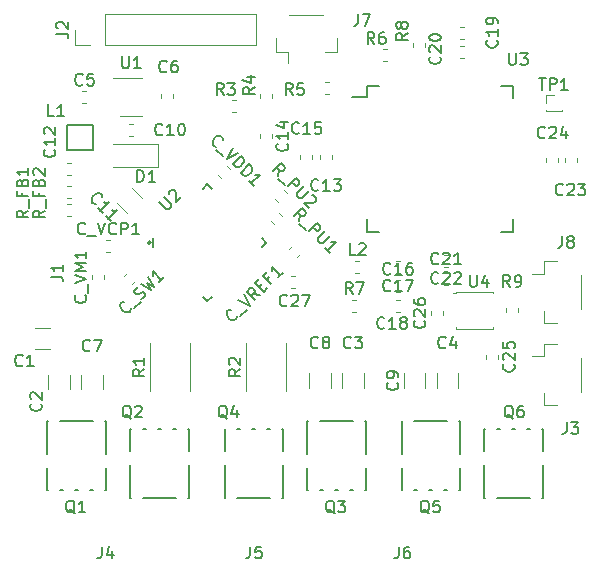
<source format=gbr>
G04 #@! TF.GenerationSoftware,KiCad,Pcbnew,(5.0.2)-1*
G04 #@! TF.CreationDate,2020-02-27T04:06:31+08:00*
G04 #@! TF.ProjectId,jointController,6a6f696e-7443-46f6-9e74-726f6c6c6572,rev?*
G04 #@! TF.SameCoordinates,Original*
G04 #@! TF.FileFunction,Legend,Top*
G04 #@! TF.FilePolarity,Positive*
%FSLAX46Y46*%
G04 Gerber Fmt 4.6, Leading zero omitted, Abs format (unit mm)*
G04 Created by KiCad (PCBNEW (5.0.2)-1) date 2/27/2020 4:06:31 AM*
%MOMM*%
%LPD*%
G01*
G04 APERTURE LIST*
%ADD10C,0.150000*%
%ADD11C,0.120000*%
G04 APERTURE END LIST*
D10*
G04 #@! TO.C,U2*
X136644069Y-92688210D02*
X136644069Y-91969790D01*
X141224000Y-97268141D02*
X140864790Y-96908931D01*
X141583210Y-96908931D02*
X141224000Y-97268141D01*
X146163141Y-92329000D02*
X145803931Y-91969790D01*
X145803931Y-92688210D02*
X146163141Y-92329000D01*
X141224000Y-87389859D02*
X141583210Y-87749069D01*
X140864790Y-87749069D02*
X141224000Y-87389859D01*
X136426849Y-92329000D02*
G75*
G03X136426849Y-92329000I-141990J0D01*
G01*
G04 #@! TO.C,Q2*
X138291893Y-108075864D02*
X138545893Y-108075864D01*
X137021893Y-108075864D02*
X137275893Y-108075864D01*
X135751893Y-108075864D02*
X136005893Y-108075864D01*
X134672393Y-108075864D02*
X134735893Y-108075864D01*
X139625393Y-108075864D02*
X139561893Y-108075864D01*
X139625393Y-109980864D02*
X139625393Y-108075864D01*
X139625393Y-113917864D02*
X139625393Y-111123864D01*
X139561893Y-113917864D02*
X139625393Y-113917864D01*
X135751893Y-113917864D02*
X138545893Y-113917864D01*
X134672393Y-113917864D02*
X134735893Y-113917864D01*
X134672393Y-111123864D02*
X134672393Y-113917864D01*
X134672393Y-108075864D02*
X134672393Y-109980864D01*
D11*
G04 #@! TO.C,C1*
X126651936Y-101367000D02*
X127856064Y-101367000D01*
X126651936Y-99547000D02*
X127856064Y-99547000D01*
G04 #@! TO.C,C2*
X129561000Y-104742064D02*
X129561000Y-103537936D01*
X127741000Y-104742064D02*
X127741000Y-103537936D01*
G04 #@! TO.C,C3*
X154453000Y-104615064D02*
X154453000Y-103410936D01*
X152633000Y-104615064D02*
X152633000Y-103410936D01*
G04 #@! TO.C,C4*
X162454000Y-104615064D02*
X162454000Y-103410936D01*
X160634000Y-104615064D02*
X160634000Y-103410936D01*
G04 #@! TO.C,C5*
X130638733Y-80520000D02*
X130981267Y-80520000D01*
X130638733Y-79500000D02*
X130981267Y-79500000D01*
G04 #@! TO.C,C6*
X137285000Y-79711733D02*
X137285000Y-80054267D01*
X138305000Y-79711733D02*
X138305000Y-80054267D01*
G04 #@! TO.C,C7*
X132355000Y-104742064D02*
X132355000Y-103537936D01*
X130535000Y-104742064D02*
X130535000Y-103537936D01*
G04 #@! TO.C,C8*
X151659000Y-104615064D02*
X151659000Y-103410936D01*
X149839000Y-104615064D02*
X149839000Y-103410936D01*
G04 #@! TO.C,C9*
X159660000Y-104615064D02*
X159660000Y-103410936D01*
X157840000Y-104615064D02*
X157840000Y-103410936D01*
G04 #@! TO.C,C10*
X134918267Y-82294000D02*
X134575733Y-82294000D01*
X134918267Y-83314000D02*
X134575733Y-83314000D01*
G04 #@! TO.C,C11*
X135689191Y-88555256D02*
X134837744Y-87703809D01*
X134402256Y-89842191D02*
X133550809Y-88990744D01*
G04 #@! TO.C,C13*
X150715979Y-84922028D02*
X150715979Y-85264562D01*
X151735979Y-84922028D02*
X151735979Y-85264562D01*
G04 #@! TO.C,C14*
X145667000Y-83140733D02*
X145667000Y-83483267D01*
X146687000Y-83140733D02*
X146687000Y-83483267D01*
G04 #@! TO.C,C15*
X149064979Y-84922028D02*
X149064979Y-85264562D01*
X150084979Y-84922028D02*
X150084979Y-85264562D01*
G04 #@! TO.C,C16*
X157181733Y-96522000D02*
X157524267Y-96522000D01*
X157181733Y-95502000D02*
X157524267Y-95502000D01*
G04 #@! TO.C,C17*
X157524267Y-93851000D02*
X157181733Y-93851000D01*
X157524267Y-94871000D02*
X157181733Y-94871000D01*
G04 #@! TO.C,C18*
X157181733Y-98173000D02*
X157524267Y-98173000D01*
X157181733Y-97153000D02*
X157524267Y-97153000D01*
G04 #@! TO.C,C19*
X162985267Y-74039000D02*
X162642733Y-74039000D01*
X162985267Y-75059000D02*
X162642733Y-75059000D01*
G04 #@! TO.C,C20*
X162985267Y-75690000D02*
X162642733Y-75690000D01*
X162985267Y-76710000D02*
X162642733Y-76710000D01*
G04 #@! TO.C,C21*
X161588267Y-93343000D02*
X161245733Y-93343000D01*
X161588267Y-94363000D02*
X161245733Y-94363000D01*
G04 #@! TO.C,C22*
X161588267Y-94867000D02*
X161245733Y-94867000D01*
X161588267Y-95887000D02*
X161245733Y-95887000D01*
G04 #@! TO.C,C23*
X171528527Y-85191719D02*
X171528527Y-85534253D01*
X172548527Y-85191719D02*
X172548527Y-85534253D01*
G04 #@! TO.C,C24*
X169877527Y-85191719D02*
X169877527Y-85534253D01*
X170897527Y-85191719D02*
X170897527Y-85534253D01*
G04 #@! TO.C,C25*
X164844000Y-101809733D02*
X164844000Y-102152267D01*
X165864000Y-101809733D02*
X165864000Y-102152267D01*
G04 #@! TO.C,C26*
X161165000Y-98469267D02*
X161165000Y-98126733D01*
X160145000Y-98469267D02*
X160145000Y-98126733D01*
G04 #@! TO.C,C27*
X148634267Y-95121000D02*
X148291733Y-95121000D01*
X148634267Y-96141000D02*
X148291733Y-96141000D01*
G04 #@! TO.C,C_SW1*
X134380480Y-94895271D02*
X134138271Y-95137480D01*
X135101729Y-95616520D02*
X134859520Y-95858729D01*
G04 #@! TO.C,C_VCP1*
X133013267Y-92073000D02*
X132670733Y-92073000D01*
X133013267Y-93093000D02*
X132670733Y-93093000D01*
G04 #@! TO.C,C_VDD1*
X143102729Y-86120480D02*
X142860520Y-85878271D01*
X142381480Y-86841729D02*
X142139271Y-86599520D01*
G04 #@! TO.C,C_VM1*
X132463000Y-95421267D02*
X132463000Y-95078733D01*
X131443000Y-95421267D02*
X131443000Y-95078733D01*
G04 #@! TO.C,C_VREF1*
X148350480Y-92609271D02*
X148108271Y-92851480D01*
X149071729Y-93330520D02*
X148829520Y-93572729D01*
G04 #@! TO.C,D1*
X137074000Y-85963000D02*
X133224000Y-85963000D01*
X137074000Y-83963000D02*
X133224000Y-83963000D01*
X137074000Y-85963000D02*
X137074000Y-83963000D01*
G04 #@! TO.C,J2*
X129988000Y-75625000D02*
X129988000Y-74295000D01*
X131318000Y-75625000D02*
X129988000Y-75625000D01*
X132588000Y-75625000D02*
X132588000Y-72965000D01*
X132588000Y-72965000D02*
X145348000Y-72965000D01*
X132588000Y-75625000D02*
X145348000Y-75625000D01*
X145348000Y-75625000D02*
X145348000Y-72965000D01*
G04 #@! TO.C,J3*
X172825000Y-102065000D02*
X172825000Y-104945000D01*
X169705000Y-106115000D02*
X169705000Y-105065000D01*
X170855000Y-106115000D02*
X169705000Y-106115000D01*
X169705000Y-101945000D02*
X168715000Y-101945000D01*
X169705000Y-100895000D02*
X169705000Y-101945000D01*
X170855000Y-100895000D02*
X169705000Y-100895000D01*
G04 #@! TO.C,J7*
X148166000Y-73047000D02*
X151046000Y-73047000D01*
X152216000Y-76167000D02*
X151166000Y-76167000D01*
X152216000Y-75017000D02*
X152216000Y-76167000D01*
X148046000Y-76167000D02*
X148046000Y-77157000D01*
X146996000Y-76167000D02*
X148046000Y-76167000D01*
X146996000Y-75017000D02*
X146996000Y-76167000D01*
G04 #@! TO.C,J8*
X172825000Y-95080000D02*
X172825000Y-97960000D01*
X169705000Y-99130000D02*
X169705000Y-98080000D01*
X170855000Y-99130000D02*
X169705000Y-99130000D01*
X169705000Y-94960000D02*
X168715000Y-94960000D01*
X169705000Y-93910000D02*
X169705000Y-94960000D01*
X170855000Y-93910000D02*
X169705000Y-93910000D01*
G04 #@! TO.C,L2*
X153752733Y-94871000D02*
X154095267Y-94871000D01*
X153752733Y-93851000D02*
X154095267Y-93851000D01*
D10*
G04 #@! TO.C,Q1*
X129005893Y-113314864D02*
X128751893Y-113314864D01*
X130275893Y-113314864D02*
X130021893Y-113314864D01*
X131545893Y-113314864D02*
X131291893Y-113314864D01*
X132625393Y-113314864D02*
X132561893Y-113314864D01*
X127672393Y-113314864D02*
X127735893Y-113314864D01*
X127672393Y-111409864D02*
X127672393Y-113314864D01*
X127672393Y-107472864D02*
X127672393Y-110266864D01*
X127735893Y-107472864D02*
X127672393Y-107472864D01*
X131545893Y-107472864D02*
X128751893Y-107472864D01*
X132625393Y-107472864D02*
X132561893Y-107472864D01*
X132625393Y-110266864D02*
X132625393Y-107472864D01*
X132625393Y-113314864D02*
X132625393Y-111409864D01*
G04 #@! TO.C,Q3*
X151005893Y-113314864D02*
X150751893Y-113314864D01*
X152275893Y-113314864D02*
X152021893Y-113314864D01*
X153545893Y-113314864D02*
X153291893Y-113314864D01*
X154625393Y-113314864D02*
X154561893Y-113314864D01*
X149672393Y-113314864D02*
X149735893Y-113314864D01*
X149672393Y-111409864D02*
X149672393Y-113314864D01*
X149672393Y-107472864D02*
X149672393Y-110266864D01*
X149735893Y-107472864D02*
X149672393Y-107472864D01*
X153545893Y-107472864D02*
X150751893Y-107472864D01*
X154625393Y-107472864D02*
X154561893Y-107472864D01*
X154625393Y-110266864D02*
X154625393Y-107472864D01*
X154625393Y-113314864D02*
X154625393Y-111409864D01*
G04 #@! TO.C,Q4*
X146291893Y-108075864D02*
X146545893Y-108075864D01*
X145021893Y-108075864D02*
X145275893Y-108075864D01*
X143751893Y-108075864D02*
X144005893Y-108075864D01*
X142672393Y-108075864D02*
X142735893Y-108075864D01*
X147625393Y-108075864D02*
X147561893Y-108075864D01*
X147625393Y-109980864D02*
X147625393Y-108075864D01*
X147625393Y-113917864D02*
X147625393Y-111123864D01*
X147561893Y-113917864D02*
X147625393Y-113917864D01*
X143751893Y-113917864D02*
X146545893Y-113917864D01*
X142672393Y-113917864D02*
X142735893Y-113917864D01*
X142672393Y-111123864D02*
X142672393Y-113917864D01*
X142672393Y-108075864D02*
X142672393Y-109980864D01*
G04 #@! TO.C,Q5*
X159005893Y-113314864D02*
X158751893Y-113314864D01*
X160275893Y-113314864D02*
X160021893Y-113314864D01*
X161545893Y-113314864D02*
X161291893Y-113314864D01*
X162625393Y-113314864D02*
X162561893Y-113314864D01*
X157672393Y-113314864D02*
X157735893Y-113314864D01*
X157672393Y-111409864D02*
X157672393Y-113314864D01*
X157672393Y-107472864D02*
X157672393Y-110266864D01*
X157735893Y-107472864D02*
X157672393Y-107472864D01*
X161545893Y-107472864D02*
X158751893Y-107472864D01*
X162625393Y-107472864D02*
X162561893Y-107472864D01*
X162625393Y-110266864D02*
X162625393Y-107472864D01*
X162625393Y-113314864D02*
X162625393Y-111409864D01*
G04 #@! TO.C,Q6*
X168291893Y-108075864D02*
X168545893Y-108075864D01*
X167021893Y-108075864D02*
X167275893Y-108075864D01*
X165751893Y-108075864D02*
X166005893Y-108075864D01*
X164672393Y-108075864D02*
X164735893Y-108075864D01*
X169625393Y-108075864D02*
X169561893Y-108075864D01*
X169625393Y-109980864D02*
X169625393Y-108075864D01*
X169625393Y-113917864D02*
X169625393Y-111123864D01*
X169561893Y-113917864D02*
X169625393Y-113917864D01*
X165751893Y-113917864D02*
X168545893Y-113917864D01*
X164672393Y-113917864D02*
X164735893Y-113917864D01*
X164672393Y-111123864D02*
X164672393Y-113917864D01*
X164672393Y-108075864D02*
X164672393Y-109980864D01*
D11*
G04 #@! TO.C,R1*
X139759000Y-104922064D02*
X139759000Y-100817936D01*
X136339000Y-104922064D02*
X136339000Y-100817936D01*
G04 #@! TO.C,R2*
X147887000Y-104922064D02*
X147887000Y-100817936D01*
X144467000Y-104922064D02*
X144467000Y-100817936D01*
G04 #@! TO.C,R3*
X143681267Y-80262000D02*
X143338733Y-80262000D01*
X143681267Y-81282000D02*
X143338733Y-81282000D01*
G04 #@! TO.C,R4*
X145667000Y-79711733D02*
X145667000Y-80054267D01*
X146687000Y-79711733D02*
X146687000Y-80054267D01*
G04 #@! TO.C,R5*
X151555267Y-78738000D02*
X151212733Y-78738000D01*
X151555267Y-79758000D02*
X151212733Y-79758000D01*
G04 #@! TO.C,R6*
X156444767Y-75944000D02*
X156102233Y-75944000D01*
X156444767Y-76964000D02*
X156102233Y-76964000D01*
G04 #@! TO.C,R7*
X153498733Y-98173000D02*
X153841267Y-98173000D01*
X153498733Y-97153000D02*
X153841267Y-97153000D01*
G04 #@! TO.C,R8*
X159641000Y-75736267D02*
X159641000Y-75393733D01*
X158621000Y-75736267D02*
X158621000Y-75393733D01*
G04 #@! TO.C,R9*
X166495000Y-97872733D02*
X166495000Y-98215267D01*
X167515000Y-97872733D02*
X167515000Y-98215267D01*
G04 #@! TO.C,R_FB1*
X129368733Y-88521000D02*
X129711267Y-88521000D01*
X129368733Y-87501000D02*
X129711267Y-87501000D01*
G04 #@! TO.C,R_FB2*
X129711267Y-89025000D02*
X129368733Y-89025000D01*
X129711267Y-90045000D02*
X129368733Y-90045000D01*
G04 #@! TO.C,R_PU1*
X147547729Y-90057480D02*
X147305520Y-89815271D01*
X146826480Y-90778729D02*
X146584271Y-90536520D01*
G04 #@! TO.C,R_PU2*
X147928729Y-88152480D02*
X147686520Y-87910271D01*
X147207480Y-88873729D02*
X146965271Y-88631520D01*
G04 #@! TO.C,U1*
X135647000Y-78400000D02*
X133197000Y-78400000D01*
X133847000Y-81620000D02*
X135647000Y-81620000D01*
D10*
G04 #@! TO.C,U3*
X154734000Y-79992000D02*
X153459000Y-79992000D01*
X167084000Y-79042000D02*
X166034000Y-79042000D01*
X167084000Y-91392000D02*
X166034000Y-91392000D01*
X154734000Y-91392000D02*
X155784000Y-91392000D01*
X154734000Y-79042000D02*
X155784000Y-79042000D01*
X154734000Y-91392000D02*
X154734000Y-90342000D01*
X167084000Y-91392000D02*
X167084000Y-90342000D01*
X167084000Y-79042000D02*
X167084000Y-80092000D01*
X154734000Y-79042000D02*
X154734000Y-79992000D01*
D11*
G04 #@! TO.C,U4*
X165390000Y-96484000D02*
X165390000Y-96634000D01*
X162270000Y-96484000D02*
X162270000Y-96634000D01*
X162270000Y-99604000D02*
X162270000Y-99454000D01*
X162270000Y-96484000D02*
X165390000Y-96484000D01*
X162270000Y-99604000D02*
X165390000Y-99604000D01*
X165390000Y-99604000D02*
X165390000Y-99454000D01*
X162270000Y-96634000D02*
X162010000Y-96634000D01*
G04 #@! TO.C,TP1*
X169866000Y-79833000D02*
X170561000Y-79833000D01*
X169866000Y-80518000D02*
X169866000Y-79833000D01*
X171169276Y-81203000D02*
X171256000Y-81203000D01*
X169866000Y-81203000D02*
X169952724Y-81203000D01*
X171256000Y-81203000D02*
X171256000Y-81078000D01*
X169866000Y-81203000D02*
X169866000Y-81078000D01*
X169866000Y-81203000D02*
X171256000Y-81203000D01*
G04 #@! TO.C,C12*
X129368733Y-86616000D02*
X129711267Y-86616000D01*
X129368733Y-85596000D02*
X129711267Y-85596000D01*
D10*
G04 #@! TO.C,L1*
X131445000Y-84518500D02*
X131508500Y-84518500D01*
X131508500Y-84518500D02*
X131445000Y-84518500D01*
X131508500Y-82359500D02*
X131508500Y-84518500D01*
X129349500Y-82359500D02*
X131508500Y-82359500D01*
X129349500Y-84518500D02*
X129349500Y-82359500D01*
X131508500Y-84518500D02*
X129349500Y-84518500D01*
G04 #@! TO.C,U2*
X137154936Y-88888420D02*
X137727356Y-89460840D01*
X137828371Y-89494512D01*
X137895715Y-89494512D01*
X137996730Y-89460840D01*
X138131417Y-89326153D01*
X138165089Y-89225138D01*
X138165089Y-89157794D01*
X138131417Y-89056779D01*
X137558997Y-88484359D01*
X137929387Y-88248657D02*
X137929387Y-88181314D01*
X137963058Y-88080298D01*
X138131417Y-87911940D01*
X138232432Y-87878268D01*
X138299776Y-87878268D01*
X138400791Y-87911940D01*
X138468135Y-87979283D01*
X138535478Y-88113970D01*
X138535478Y-88922092D01*
X138973211Y-88484359D01*
G04 #@! TO.C,Q2*
X134778761Y-107227619D02*
X134683523Y-107180000D01*
X134588285Y-107084761D01*
X134445428Y-106941904D01*
X134350190Y-106894285D01*
X134254952Y-106894285D01*
X134302571Y-107132380D02*
X134207333Y-107084761D01*
X134112095Y-106989523D01*
X134064476Y-106799047D01*
X134064476Y-106465714D01*
X134112095Y-106275238D01*
X134207333Y-106180000D01*
X134302571Y-106132380D01*
X134493047Y-106132380D01*
X134588285Y-106180000D01*
X134683523Y-106275238D01*
X134731142Y-106465714D01*
X134731142Y-106799047D01*
X134683523Y-106989523D01*
X134588285Y-107084761D01*
X134493047Y-107132380D01*
X134302571Y-107132380D01*
X135112095Y-106227619D02*
X135159714Y-106180000D01*
X135254952Y-106132380D01*
X135493047Y-106132380D01*
X135588285Y-106180000D01*
X135635904Y-106227619D01*
X135683523Y-106322857D01*
X135683523Y-106418095D01*
X135635904Y-106560952D01*
X135064476Y-107132380D01*
X135683523Y-107132380D01*
G04 #@! TO.C,C1*
X125563333Y-102719142D02*
X125515714Y-102766761D01*
X125372857Y-102814380D01*
X125277619Y-102814380D01*
X125134761Y-102766761D01*
X125039523Y-102671523D01*
X124991904Y-102576285D01*
X124944285Y-102385809D01*
X124944285Y-102242952D01*
X124991904Y-102052476D01*
X125039523Y-101957238D01*
X125134761Y-101862000D01*
X125277619Y-101814380D01*
X125372857Y-101814380D01*
X125515714Y-101862000D01*
X125563333Y-101909619D01*
X126515714Y-102814380D02*
X125944285Y-102814380D01*
X126230000Y-102814380D02*
X126230000Y-101814380D01*
X126134761Y-101957238D01*
X126039523Y-102052476D01*
X125944285Y-102100095D01*
G04 #@! TO.C,C2*
X127103142Y-105957666D02*
X127150761Y-106005285D01*
X127198380Y-106148142D01*
X127198380Y-106243380D01*
X127150761Y-106386238D01*
X127055523Y-106481476D01*
X126960285Y-106529095D01*
X126769809Y-106576714D01*
X126626952Y-106576714D01*
X126436476Y-106529095D01*
X126341238Y-106481476D01*
X126246000Y-106386238D01*
X126198380Y-106243380D01*
X126198380Y-106148142D01*
X126246000Y-106005285D01*
X126293619Y-105957666D01*
X126293619Y-105576714D02*
X126246000Y-105529095D01*
X126198380Y-105433857D01*
X126198380Y-105195761D01*
X126246000Y-105100523D01*
X126293619Y-105052904D01*
X126388857Y-105005285D01*
X126484095Y-105005285D01*
X126626952Y-105052904D01*
X127198380Y-105624333D01*
X127198380Y-105005285D01*
G04 #@! TO.C,C3*
X153376333Y-101195142D02*
X153328714Y-101242761D01*
X153185857Y-101290380D01*
X153090619Y-101290380D01*
X152947761Y-101242761D01*
X152852523Y-101147523D01*
X152804904Y-101052285D01*
X152757285Y-100861809D01*
X152757285Y-100718952D01*
X152804904Y-100528476D01*
X152852523Y-100433238D01*
X152947761Y-100338000D01*
X153090619Y-100290380D01*
X153185857Y-100290380D01*
X153328714Y-100338000D01*
X153376333Y-100385619D01*
X153709666Y-100290380D02*
X154328714Y-100290380D01*
X153995380Y-100671333D01*
X154138238Y-100671333D01*
X154233476Y-100718952D01*
X154281095Y-100766571D01*
X154328714Y-100861809D01*
X154328714Y-101099904D01*
X154281095Y-101195142D01*
X154233476Y-101242761D01*
X154138238Y-101290380D01*
X153852523Y-101290380D01*
X153757285Y-101242761D01*
X153709666Y-101195142D01*
G04 #@! TO.C,C4*
X161377333Y-101195142D02*
X161329714Y-101242761D01*
X161186857Y-101290380D01*
X161091619Y-101290380D01*
X160948761Y-101242761D01*
X160853523Y-101147523D01*
X160805904Y-101052285D01*
X160758285Y-100861809D01*
X160758285Y-100718952D01*
X160805904Y-100528476D01*
X160853523Y-100433238D01*
X160948761Y-100338000D01*
X161091619Y-100290380D01*
X161186857Y-100290380D01*
X161329714Y-100338000D01*
X161377333Y-100385619D01*
X162234476Y-100623714D02*
X162234476Y-101290380D01*
X161996380Y-100242761D02*
X161758285Y-100957047D01*
X162377333Y-100957047D01*
G04 #@! TO.C,C5*
X130643333Y-78937142D02*
X130595714Y-78984761D01*
X130452857Y-79032380D01*
X130357619Y-79032380D01*
X130214761Y-78984761D01*
X130119523Y-78889523D01*
X130071904Y-78794285D01*
X130024285Y-78603809D01*
X130024285Y-78460952D01*
X130071904Y-78270476D01*
X130119523Y-78175238D01*
X130214761Y-78080000D01*
X130357619Y-78032380D01*
X130452857Y-78032380D01*
X130595714Y-78080000D01*
X130643333Y-78127619D01*
X131548095Y-78032380D02*
X131071904Y-78032380D01*
X131024285Y-78508571D01*
X131071904Y-78460952D01*
X131167142Y-78413333D01*
X131405238Y-78413333D01*
X131500476Y-78460952D01*
X131548095Y-78508571D01*
X131595714Y-78603809D01*
X131595714Y-78841904D01*
X131548095Y-78937142D01*
X131500476Y-78984761D01*
X131405238Y-79032380D01*
X131167142Y-79032380D01*
X131071904Y-78984761D01*
X131024285Y-78937142D01*
G04 #@! TO.C,C6*
X137755333Y-77827142D02*
X137707714Y-77874761D01*
X137564857Y-77922380D01*
X137469619Y-77922380D01*
X137326761Y-77874761D01*
X137231523Y-77779523D01*
X137183904Y-77684285D01*
X137136285Y-77493809D01*
X137136285Y-77350952D01*
X137183904Y-77160476D01*
X137231523Y-77065238D01*
X137326761Y-76970000D01*
X137469619Y-76922380D01*
X137564857Y-76922380D01*
X137707714Y-76970000D01*
X137755333Y-77017619D01*
X138612476Y-76922380D02*
X138422000Y-76922380D01*
X138326761Y-76970000D01*
X138279142Y-77017619D01*
X138183904Y-77160476D01*
X138136285Y-77350952D01*
X138136285Y-77731904D01*
X138183904Y-77827142D01*
X138231523Y-77874761D01*
X138326761Y-77922380D01*
X138517238Y-77922380D01*
X138612476Y-77874761D01*
X138660095Y-77827142D01*
X138707714Y-77731904D01*
X138707714Y-77493809D01*
X138660095Y-77398571D01*
X138612476Y-77350952D01*
X138517238Y-77303333D01*
X138326761Y-77303333D01*
X138231523Y-77350952D01*
X138183904Y-77398571D01*
X138136285Y-77493809D01*
G04 #@! TO.C,C7*
X131278333Y-101449142D02*
X131230714Y-101496761D01*
X131087857Y-101544380D01*
X130992619Y-101544380D01*
X130849761Y-101496761D01*
X130754523Y-101401523D01*
X130706904Y-101306285D01*
X130659285Y-101115809D01*
X130659285Y-100972952D01*
X130706904Y-100782476D01*
X130754523Y-100687238D01*
X130849761Y-100592000D01*
X130992619Y-100544380D01*
X131087857Y-100544380D01*
X131230714Y-100592000D01*
X131278333Y-100639619D01*
X131611666Y-100544380D02*
X132278333Y-100544380D01*
X131849761Y-101544380D01*
G04 #@! TO.C,C8*
X150582333Y-101195142D02*
X150534714Y-101242761D01*
X150391857Y-101290380D01*
X150296619Y-101290380D01*
X150153761Y-101242761D01*
X150058523Y-101147523D01*
X150010904Y-101052285D01*
X149963285Y-100861809D01*
X149963285Y-100718952D01*
X150010904Y-100528476D01*
X150058523Y-100433238D01*
X150153761Y-100338000D01*
X150296619Y-100290380D01*
X150391857Y-100290380D01*
X150534714Y-100338000D01*
X150582333Y-100385619D01*
X151153761Y-100718952D02*
X151058523Y-100671333D01*
X151010904Y-100623714D01*
X150963285Y-100528476D01*
X150963285Y-100480857D01*
X151010904Y-100385619D01*
X151058523Y-100338000D01*
X151153761Y-100290380D01*
X151344238Y-100290380D01*
X151439476Y-100338000D01*
X151487095Y-100385619D01*
X151534714Y-100480857D01*
X151534714Y-100528476D01*
X151487095Y-100623714D01*
X151439476Y-100671333D01*
X151344238Y-100718952D01*
X151153761Y-100718952D01*
X151058523Y-100766571D01*
X151010904Y-100814190D01*
X150963285Y-100909428D01*
X150963285Y-101099904D01*
X151010904Y-101195142D01*
X151058523Y-101242761D01*
X151153761Y-101290380D01*
X151344238Y-101290380D01*
X151439476Y-101242761D01*
X151487095Y-101195142D01*
X151534714Y-101099904D01*
X151534714Y-100909428D01*
X151487095Y-100814190D01*
X151439476Y-100766571D01*
X151344238Y-100718952D01*
G04 #@! TO.C,C9*
X157287142Y-104179666D02*
X157334761Y-104227285D01*
X157382380Y-104370142D01*
X157382380Y-104465380D01*
X157334761Y-104608238D01*
X157239523Y-104703476D01*
X157144285Y-104751095D01*
X156953809Y-104798714D01*
X156810952Y-104798714D01*
X156620476Y-104751095D01*
X156525238Y-104703476D01*
X156430000Y-104608238D01*
X156382380Y-104465380D01*
X156382380Y-104370142D01*
X156430000Y-104227285D01*
X156477619Y-104179666D01*
X157382380Y-103703476D02*
X157382380Y-103513000D01*
X157334761Y-103417761D01*
X157287142Y-103370142D01*
X157144285Y-103274904D01*
X156953809Y-103227285D01*
X156572857Y-103227285D01*
X156477619Y-103274904D01*
X156430000Y-103322523D01*
X156382380Y-103417761D01*
X156382380Y-103608238D01*
X156430000Y-103703476D01*
X156477619Y-103751095D01*
X156572857Y-103798714D01*
X156810952Y-103798714D01*
X156906190Y-103751095D01*
X156953809Y-103703476D01*
X157001428Y-103608238D01*
X157001428Y-103417761D01*
X156953809Y-103322523D01*
X156906190Y-103274904D01*
X156810952Y-103227285D01*
G04 #@! TO.C,C10*
X137406142Y-83161142D02*
X137358523Y-83208761D01*
X137215666Y-83256380D01*
X137120428Y-83256380D01*
X136977571Y-83208761D01*
X136882333Y-83113523D01*
X136834714Y-83018285D01*
X136787095Y-82827809D01*
X136787095Y-82684952D01*
X136834714Y-82494476D01*
X136882333Y-82399238D01*
X136977571Y-82304000D01*
X137120428Y-82256380D01*
X137215666Y-82256380D01*
X137358523Y-82304000D01*
X137406142Y-82351619D01*
X138358523Y-83256380D02*
X137787095Y-83256380D01*
X138072809Y-83256380D02*
X138072809Y-82256380D01*
X137977571Y-82399238D01*
X137882333Y-82494476D01*
X137787095Y-82542095D01*
X138977571Y-82256380D02*
X139072809Y-82256380D01*
X139168047Y-82304000D01*
X139215666Y-82351619D01*
X139263285Y-82446857D01*
X139310904Y-82637333D01*
X139310904Y-82875428D01*
X139263285Y-83065904D01*
X139215666Y-83161142D01*
X139168047Y-83208761D01*
X139072809Y-83256380D01*
X138977571Y-83256380D01*
X138882333Y-83208761D01*
X138834714Y-83161142D01*
X138787095Y-83065904D01*
X138739476Y-82875428D01*
X138739476Y-82637333D01*
X138787095Y-82446857D01*
X138834714Y-82351619D01*
X138882333Y-82304000D01*
X138977571Y-82256380D01*
G04 #@! TO.C,C11*
X131753893Y-89078969D02*
X131686549Y-89078969D01*
X131551862Y-89011625D01*
X131484519Y-88944282D01*
X131417175Y-88809595D01*
X131417175Y-88674908D01*
X131450847Y-88573893D01*
X131551862Y-88405534D01*
X131652877Y-88304519D01*
X131821236Y-88203503D01*
X131922251Y-88169832D01*
X132056938Y-88169832D01*
X132191625Y-88237175D01*
X132258969Y-88304519D01*
X132326312Y-88439206D01*
X132326312Y-88506549D01*
X132359984Y-89819748D02*
X131955923Y-89415687D01*
X132157954Y-89617717D02*
X132865061Y-88910610D01*
X132696702Y-88944282D01*
X132562015Y-88944282D01*
X132461000Y-88910610D01*
X133033419Y-90493183D02*
X132629358Y-90089122D01*
X132831389Y-90291152D02*
X133538496Y-89584045D01*
X133370137Y-89617717D01*
X133235450Y-89617717D01*
X133134435Y-89584045D01*
G04 #@! TO.C,C13*
X150614142Y-87860142D02*
X150566523Y-87907761D01*
X150423666Y-87955380D01*
X150328428Y-87955380D01*
X150185571Y-87907761D01*
X150090333Y-87812523D01*
X150042714Y-87717285D01*
X149995095Y-87526809D01*
X149995095Y-87383952D01*
X150042714Y-87193476D01*
X150090333Y-87098238D01*
X150185571Y-87003000D01*
X150328428Y-86955380D01*
X150423666Y-86955380D01*
X150566523Y-87003000D01*
X150614142Y-87050619D01*
X151566523Y-87955380D02*
X150995095Y-87955380D01*
X151280809Y-87955380D02*
X151280809Y-86955380D01*
X151185571Y-87098238D01*
X151090333Y-87193476D01*
X150995095Y-87241095D01*
X151899857Y-86955380D02*
X152518904Y-86955380D01*
X152185571Y-87336333D01*
X152328428Y-87336333D01*
X152423666Y-87383952D01*
X152471285Y-87431571D01*
X152518904Y-87526809D01*
X152518904Y-87764904D01*
X152471285Y-87860142D01*
X152423666Y-87907761D01*
X152328428Y-87955380D01*
X152042714Y-87955380D01*
X151947476Y-87907761D01*
X151899857Y-87860142D01*
G04 #@! TO.C,C14*
X147964142Y-83954857D02*
X148011761Y-84002476D01*
X148059380Y-84145333D01*
X148059380Y-84240571D01*
X148011761Y-84383428D01*
X147916523Y-84478666D01*
X147821285Y-84526285D01*
X147630809Y-84573904D01*
X147487952Y-84573904D01*
X147297476Y-84526285D01*
X147202238Y-84478666D01*
X147107000Y-84383428D01*
X147059380Y-84240571D01*
X147059380Y-84145333D01*
X147107000Y-84002476D01*
X147154619Y-83954857D01*
X148059380Y-83002476D02*
X148059380Y-83573904D01*
X148059380Y-83288190D02*
X147059380Y-83288190D01*
X147202238Y-83383428D01*
X147297476Y-83478666D01*
X147345095Y-83573904D01*
X147392714Y-82145333D02*
X148059380Y-82145333D01*
X147011761Y-82383428D02*
X147726047Y-82621523D01*
X147726047Y-82002476D01*
G04 #@! TO.C,C15*
X148963142Y-83034142D02*
X148915523Y-83081761D01*
X148772666Y-83129380D01*
X148677428Y-83129380D01*
X148534571Y-83081761D01*
X148439333Y-82986523D01*
X148391714Y-82891285D01*
X148344095Y-82700809D01*
X148344095Y-82557952D01*
X148391714Y-82367476D01*
X148439333Y-82272238D01*
X148534571Y-82177000D01*
X148677428Y-82129380D01*
X148772666Y-82129380D01*
X148915523Y-82177000D01*
X148963142Y-82224619D01*
X149915523Y-83129380D02*
X149344095Y-83129380D01*
X149629809Y-83129380D02*
X149629809Y-82129380D01*
X149534571Y-82272238D01*
X149439333Y-82367476D01*
X149344095Y-82415095D01*
X150820285Y-82129380D02*
X150344095Y-82129380D01*
X150296476Y-82605571D01*
X150344095Y-82557952D01*
X150439333Y-82510333D01*
X150677428Y-82510333D01*
X150772666Y-82557952D01*
X150820285Y-82605571D01*
X150867904Y-82700809D01*
X150867904Y-82938904D01*
X150820285Y-83034142D01*
X150772666Y-83081761D01*
X150677428Y-83129380D01*
X150439333Y-83129380D01*
X150344095Y-83081761D01*
X150296476Y-83034142D01*
G04 #@! TO.C,C16*
X156710142Y-94939142D02*
X156662523Y-94986761D01*
X156519666Y-95034380D01*
X156424428Y-95034380D01*
X156281571Y-94986761D01*
X156186333Y-94891523D01*
X156138714Y-94796285D01*
X156091095Y-94605809D01*
X156091095Y-94462952D01*
X156138714Y-94272476D01*
X156186333Y-94177238D01*
X156281571Y-94082000D01*
X156424428Y-94034380D01*
X156519666Y-94034380D01*
X156662523Y-94082000D01*
X156710142Y-94129619D01*
X157662523Y-95034380D02*
X157091095Y-95034380D01*
X157376809Y-95034380D02*
X157376809Y-94034380D01*
X157281571Y-94177238D01*
X157186333Y-94272476D01*
X157091095Y-94320095D01*
X158519666Y-94034380D02*
X158329190Y-94034380D01*
X158233952Y-94082000D01*
X158186333Y-94129619D01*
X158091095Y-94272476D01*
X158043476Y-94462952D01*
X158043476Y-94843904D01*
X158091095Y-94939142D01*
X158138714Y-94986761D01*
X158233952Y-95034380D01*
X158424428Y-95034380D01*
X158519666Y-94986761D01*
X158567285Y-94939142D01*
X158614904Y-94843904D01*
X158614904Y-94605809D01*
X158567285Y-94510571D01*
X158519666Y-94462952D01*
X158424428Y-94415333D01*
X158233952Y-94415333D01*
X158138714Y-94462952D01*
X158091095Y-94510571D01*
X158043476Y-94605809D01*
G04 #@! TO.C,C17*
X156710142Y-96369142D02*
X156662523Y-96416761D01*
X156519666Y-96464380D01*
X156424428Y-96464380D01*
X156281571Y-96416761D01*
X156186333Y-96321523D01*
X156138714Y-96226285D01*
X156091095Y-96035809D01*
X156091095Y-95892952D01*
X156138714Y-95702476D01*
X156186333Y-95607238D01*
X156281571Y-95512000D01*
X156424428Y-95464380D01*
X156519666Y-95464380D01*
X156662523Y-95512000D01*
X156710142Y-95559619D01*
X157662523Y-96464380D02*
X157091095Y-96464380D01*
X157376809Y-96464380D02*
X157376809Y-95464380D01*
X157281571Y-95607238D01*
X157186333Y-95702476D01*
X157091095Y-95750095D01*
X157995857Y-95464380D02*
X158662523Y-95464380D01*
X158233952Y-96464380D01*
G04 #@! TO.C,C18*
X156202142Y-99544142D02*
X156154523Y-99591761D01*
X156011666Y-99639380D01*
X155916428Y-99639380D01*
X155773571Y-99591761D01*
X155678333Y-99496523D01*
X155630714Y-99401285D01*
X155583095Y-99210809D01*
X155583095Y-99067952D01*
X155630714Y-98877476D01*
X155678333Y-98782238D01*
X155773571Y-98687000D01*
X155916428Y-98639380D01*
X156011666Y-98639380D01*
X156154523Y-98687000D01*
X156202142Y-98734619D01*
X157154523Y-99639380D02*
X156583095Y-99639380D01*
X156868809Y-99639380D02*
X156868809Y-98639380D01*
X156773571Y-98782238D01*
X156678333Y-98877476D01*
X156583095Y-98925095D01*
X157725952Y-99067952D02*
X157630714Y-99020333D01*
X157583095Y-98972714D01*
X157535476Y-98877476D01*
X157535476Y-98829857D01*
X157583095Y-98734619D01*
X157630714Y-98687000D01*
X157725952Y-98639380D01*
X157916428Y-98639380D01*
X158011666Y-98687000D01*
X158059285Y-98734619D01*
X158106904Y-98829857D01*
X158106904Y-98877476D01*
X158059285Y-98972714D01*
X158011666Y-99020333D01*
X157916428Y-99067952D01*
X157725952Y-99067952D01*
X157630714Y-99115571D01*
X157583095Y-99163190D01*
X157535476Y-99258428D01*
X157535476Y-99448904D01*
X157583095Y-99544142D01*
X157630714Y-99591761D01*
X157725952Y-99639380D01*
X157916428Y-99639380D01*
X158011666Y-99591761D01*
X158059285Y-99544142D01*
X158106904Y-99448904D01*
X158106904Y-99258428D01*
X158059285Y-99163190D01*
X158011666Y-99115571D01*
X157916428Y-99067952D01*
G04 #@! TO.C,C19*
X165711142Y-75191857D02*
X165758761Y-75239476D01*
X165806380Y-75382333D01*
X165806380Y-75477571D01*
X165758761Y-75620428D01*
X165663523Y-75715666D01*
X165568285Y-75763285D01*
X165377809Y-75810904D01*
X165234952Y-75810904D01*
X165044476Y-75763285D01*
X164949238Y-75715666D01*
X164854000Y-75620428D01*
X164806380Y-75477571D01*
X164806380Y-75382333D01*
X164854000Y-75239476D01*
X164901619Y-75191857D01*
X165806380Y-74239476D02*
X165806380Y-74810904D01*
X165806380Y-74525190D02*
X164806380Y-74525190D01*
X164949238Y-74620428D01*
X165044476Y-74715666D01*
X165092095Y-74810904D01*
X165806380Y-73763285D02*
X165806380Y-73572809D01*
X165758761Y-73477571D01*
X165711142Y-73429952D01*
X165568285Y-73334714D01*
X165377809Y-73287095D01*
X164996857Y-73287095D01*
X164901619Y-73334714D01*
X164854000Y-73382333D01*
X164806380Y-73477571D01*
X164806380Y-73668047D01*
X164854000Y-73763285D01*
X164901619Y-73810904D01*
X164996857Y-73858523D01*
X165234952Y-73858523D01*
X165330190Y-73810904D01*
X165377809Y-73763285D01*
X165425428Y-73668047D01*
X165425428Y-73477571D01*
X165377809Y-73382333D01*
X165330190Y-73334714D01*
X165234952Y-73287095D01*
G04 #@! TO.C,C20*
X160885142Y-76588857D02*
X160932761Y-76636476D01*
X160980380Y-76779333D01*
X160980380Y-76874571D01*
X160932761Y-77017428D01*
X160837523Y-77112666D01*
X160742285Y-77160285D01*
X160551809Y-77207904D01*
X160408952Y-77207904D01*
X160218476Y-77160285D01*
X160123238Y-77112666D01*
X160028000Y-77017428D01*
X159980380Y-76874571D01*
X159980380Y-76779333D01*
X160028000Y-76636476D01*
X160075619Y-76588857D01*
X160075619Y-76207904D02*
X160028000Y-76160285D01*
X159980380Y-76065047D01*
X159980380Y-75826952D01*
X160028000Y-75731714D01*
X160075619Y-75684095D01*
X160170857Y-75636476D01*
X160266095Y-75636476D01*
X160408952Y-75684095D01*
X160980380Y-76255523D01*
X160980380Y-75636476D01*
X159980380Y-75017428D02*
X159980380Y-74922190D01*
X160028000Y-74826952D01*
X160075619Y-74779333D01*
X160170857Y-74731714D01*
X160361333Y-74684095D01*
X160599428Y-74684095D01*
X160789904Y-74731714D01*
X160885142Y-74779333D01*
X160932761Y-74826952D01*
X160980380Y-74922190D01*
X160980380Y-75017428D01*
X160932761Y-75112666D01*
X160885142Y-75160285D01*
X160789904Y-75207904D01*
X160599428Y-75255523D01*
X160361333Y-75255523D01*
X160170857Y-75207904D01*
X160075619Y-75160285D01*
X160028000Y-75112666D01*
X159980380Y-75017428D01*
G04 #@! TO.C,C21*
X160774142Y-94083142D02*
X160726523Y-94130761D01*
X160583666Y-94178380D01*
X160488428Y-94178380D01*
X160345571Y-94130761D01*
X160250333Y-94035523D01*
X160202714Y-93940285D01*
X160155095Y-93749809D01*
X160155095Y-93606952D01*
X160202714Y-93416476D01*
X160250333Y-93321238D01*
X160345571Y-93226000D01*
X160488428Y-93178380D01*
X160583666Y-93178380D01*
X160726523Y-93226000D01*
X160774142Y-93273619D01*
X161155095Y-93273619D02*
X161202714Y-93226000D01*
X161297952Y-93178380D01*
X161536047Y-93178380D01*
X161631285Y-93226000D01*
X161678904Y-93273619D01*
X161726523Y-93368857D01*
X161726523Y-93464095D01*
X161678904Y-93606952D01*
X161107476Y-94178380D01*
X161726523Y-94178380D01*
X162678904Y-94178380D02*
X162107476Y-94178380D01*
X162393190Y-94178380D02*
X162393190Y-93178380D01*
X162297952Y-93321238D01*
X162202714Y-93416476D01*
X162107476Y-93464095D01*
G04 #@! TO.C,C22*
X160774142Y-95734142D02*
X160726523Y-95781761D01*
X160583666Y-95829380D01*
X160488428Y-95829380D01*
X160345571Y-95781761D01*
X160250333Y-95686523D01*
X160202714Y-95591285D01*
X160155095Y-95400809D01*
X160155095Y-95257952D01*
X160202714Y-95067476D01*
X160250333Y-94972238D01*
X160345571Y-94877000D01*
X160488428Y-94829380D01*
X160583666Y-94829380D01*
X160726523Y-94877000D01*
X160774142Y-94924619D01*
X161155095Y-94924619D02*
X161202714Y-94877000D01*
X161297952Y-94829380D01*
X161536047Y-94829380D01*
X161631285Y-94877000D01*
X161678904Y-94924619D01*
X161726523Y-95019857D01*
X161726523Y-95115095D01*
X161678904Y-95257952D01*
X161107476Y-95829380D01*
X161726523Y-95829380D01*
X162107476Y-94924619D02*
X162155095Y-94877000D01*
X162250333Y-94829380D01*
X162488428Y-94829380D01*
X162583666Y-94877000D01*
X162631285Y-94924619D01*
X162678904Y-95019857D01*
X162678904Y-95115095D01*
X162631285Y-95257952D01*
X162059857Y-95829380D01*
X162678904Y-95829380D01*
G04 #@! TO.C,C23*
X171315142Y-88241142D02*
X171267523Y-88288761D01*
X171124666Y-88336380D01*
X171029428Y-88336380D01*
X170886571Y-88288761D01*
X170791333Y-88193523D01*
X170743714Y-88098285D01*
X170696095Y-87907809D01*
X170696095Y-87764952D01*
X170743714Y-87574476D01*
X170791333Y-87479238D01*
X170886571Y-87384000D01*
X171029428Y-87336380D01*
X171124666Y-87336380D01*
X171267523Y-87384000D01*
X171315142Y-87431619D01*
X171696095Y-87431619D02*
X171743714Y-87384000D01*
X171838952Y-87336380D01*
X172077047Y-87336380D01*
X172172285Y-87384000D01*
X172219904Y-87431619D01*
X172267523Y-87526857D01*
X172267523Y-87622095D01*
X172219904Y-87764952D01*
X171648476Y-88336380D01*
X172267523Y-88336380D01*
X172600857Y-87336380D02*
X173219904Y-87336380D01*
X172886571Y-87717333D01*
X173029428Y-87717333D01*
X173124666Y-87764952D01*
X173172285Y-87812571D01*
X173219904Y-87907809D01*
X173219904Y-88145904D01*
X173172285Y-88241142D01*
X173124666Y-88288761D01*
X173029428Y-88336380D01*
X172743714Y-88336380D01*
X172648476Y-88288761D01*
X172600857Y-88241142D01*
G04 #@! TO.C,C24*
X169791142Y-83415142D02*
X169743523Y-83462761D01*
X169600666Y-83510380D01*
X169505428Y-83510380D01*
X169362571Y-83462761D01*
X169267333Y-83367523D01*
X169219714Y-83272285D01*
X169172095Y-83081809D01*
X169172095Y-82938952D01*
X169219714Y-82748476D01*
X169267333Y-82653238D01*
X169362571Y-82558000D01*
X169505428Y-82510380D01*
X169600666Y-82510380D01*
X169743523Y-82558000D01*
X169791142Y-82605619D01*
X170172095Y-82605619D02*
X170219714Y-82558000D01*
X170314952Y-82510380D01*
X170553047Y-82510380D01*
X170648285Y-82558000D01*
X170695904Y-82605619D01*
X170743523Y-82700857D01*
X170743523Y-82796095D01*
X170695904Y-82938952D01*
X170124476Y-83510380D01*
X170743523Y-83510380D01*
X171600666Y-82843714D02*
X171600666Y-83510380D01*
X171362571Y-82462761D02*
X171124476Y-83177047D01*
X171743523Y-83177047D01*
G04 #@! TO.C,C25*
X167141142Y-102623857D02*
X167188761Y-102671476D01*
X167236380Y-102814333D01*
X167236380Y-102909571D01*
X167188761Y-103052428D01*
X167093523Y-103147666D01*
X166998285Y-103195285D01*
X166807809Y-103242904D01*
X166664952Y-103242904D01*
X166474476Y-103195285D01*
X166379238Y-103147666D01*
X166284000Y-103052428D01*
X166236380Y-102909571D01*
X166236380Y-102814333D01*
X166284000Y-102671476D01*
X166331619Y-102623857D01*
X166331619Y-102242904D02*
X166284000Y-102195285D01*
X166236380Y-102100047D01*
X166236380Y-101861952D01*
X166284000Y-101766714D01*
X166331619Y-101719095D01*
X166426857Y-101671476D01*
X166522095Y-101671476D01*
X166664952Y-101719095D01*
X167236380Y-102290523D01*
X167236380Y-101671476D01*
X166236380Y-100766714D02*
X166236380Y-101242904D01*
X166712571Y-101290523D01*
X166664952Y-101242904D01*
X166617333Y-101147666D01*
X166617333Y-100909571D01*
X166664952Y-100814333D01*
X166712571Y-100766714D01*
X166807809Y-100719095D01*
X167045904Y-100719095D01*
X167141142Y-100766714D01*
X167188761Y-100814333D01*
X167236380Y-100909571D01*
X167236380Y-101147666D01*
X167188761Y-101242904D01*
X167141142Y-101290523D01*
G04 #@! TO.C,C26*
X159582142Y-98940857D02*
X159629761Y-98988476D01*
X159677380Y-99131333D01*
X159677380Y-99226571D01*
X159629761Y-99369428D01*
X159534523Y-99464666D01*
X159439285Y-99512285D01*
X159248809Y-99559904D01*
X159105952Y-99559904D01*
X158915476Y-99512285D01*
X158820238Y-99464666D01*
X158725000Y-99369428D01*
X158677380Y-99226571D01*
X158677380Y-99131333D01*
X158725000Y-98988476D01*
X158772619Y-98940857D01*
X158772619Y-98559904D02*
X158725000Y-98512285D01*
X158677380Y-98417047D01*
X158677380Y-98178952D01*
X158725000Y-98083714D01*
X158772619Y-98036095D01*
X158867857Y-97988476D01*
X158963095Y-97988476D01*
X159105952Y-98036095D01*
X159677380Y-98607523D01*
X159677380Y-97988476D01*
X158677380Y-97131333D02*
X158677380Y-97321809D01*
X158725000Y-97417047D01*
X158772619Y-97464666D01*
X158915476Y-97559904D01*
X159105952Y-97607523D01*
X159486904Y-97607523D01*
X159582142Y-97559904D01*
X159629761Y-97512285D01*
X159677380Y-97417047D01*
X159677380Y-97226571D01*
X159629761Y-97131333D01*
X159582142Y-97083714D01*
X159486904Y-97036095D01*
X159248809Y-97036095D01*
X159153571Y-97083714D01*
X159105952Y-97131333D01*
X159058333Y-97226571D01*
X159058333Y-97417047D01*
X159105952Y-97512285D01*
X159153571Y-97559904D01*
X159248809Y-97607523D01*
G04 #@! TO.C,C27*
X147947142Y-97639142D02*
X147899523Y-97686761D01*
X147756666Y-97734380D01*
X147661428Y-97734380D01*
X147518571Y-97686761D01*
X147423333Y-97591523D01*
X147375714Y-97496285D01*
X147328095Y-97305809D01*
X147328095Y-97162952D01*
X147375714Y-96972476D01*
X147423333Y-96877238D01*
X147518571Y-96782000D01*
X147661428Y-96734380D01*
X147756666Y-96734380D01*
X147899523Y-96782000D01*
X147947142Y-96829619D01*
X148328095Y-96829619D02*
X148375714Y-96782000D01*
X148470952Y-96734380D01*
X148709047Y-96734380D01*
X148804285Y-96782000D01*
X148851904Y-96829619D01*
X148899523Y-96924857D01*
X148899523Y-97020095D01*
X148851904Y-97162952D01*
X148280476Y-97734380D01*
X148899523Y-97734380D01*
X149232857Y-96734380D02*
X149899523Y-96734380D01*
X149470952Y-97734380D01*
G04 #@! TO.C,C_SW1*
X134760534Y-97900542D02*
X134760534Y-97967886D01*
X134693190Y-98102573D01*
X134625847Y-98169916D01*
X134491160Y-98237260D01*
X134356473Y-98237260D01*
X134255458Y-98203588D01*
X134087099Y-98102573D01*
X133986084Y-98001558D01*
X133885068Y-97833199D01*
X133851397Y-97732184D01*
X133851397Y-97597497D01*
X133918740Y-97462810D01*
X133986084Y-97395466D01*
X134120771Y-97328123D01*
X134188114Y-97328123D01*
X135029908Y-97900542D02*
X135568656Y-97361794D01*
X135602328Y-97126092D02*
X135737015Y-97058749D01*
X135905374Y-96890390D01*
X135939045Y-96789375D01*
X135939045Y-96722031D01*
X135905374Y-96621016D01*
X135838030Y-96553672D01*
X135737015Y-96520001D01*
X135669671Y-96520001D01*
X135568656Y-96553672D01*
X135400297Y-96654688D01*
X135299282Y-96688359D01*
X135231938Y-96688359D01*
X135130923Y-96654688D01*
X135063580Y-96587344D01*
X135029908Y-96486329D01*
X135029908Y-96418985D01*
X135063580Y-96317970D01*
X135231938Y-96149611D01*
X135366625Y-96082268D01*
X135568656Y-95812894D02*
X136444122Y-96351642D01*
X136073732Y-95711878D01*
X136713496Y-96082268D01*
X136174748Y-95206802D01*
X137521618Y-95274146D02*
X137117557Y-95678207D01*
X137319587Y-95476176D02*
X136612480Y-94769069D01*
X136646152Y-94937428D01*
X136646152Y-95072115D01*
X136612480Y-95173130D01*
G04 #@! TO.C,C_VCP1*
X130865809Y-91543142D02*
X130818190Y-91590761D01*
X130675333Y-91638380D01*
X130580095Y-91638380D01*
X130437238Y-91590761D01*
X130342000Y-91495523D01*
X130294380Y-91400285D01*
X130246761Y-91209809D01*
X130246761Y-91066952D01*
X130294380Y-90876476D01*
X130342000Y-90781238D01*
X130437238Y-90686000D01*
X130580095Y-90638380D01*
X130675333Y-90638380D01*
X130818190Y-90686000D01*
X130865809Y-90733619D01*
X131056285Y-91733619D02*
X131818190Y-91733619D01*
X131913428Y-90638380D02*
X132246761Y-91638380D01*
X132580095Y-90638380D01*
X133484857Y-91543142D02*
X133437238Y-91590761D01*
X133294380Y-91638380D01*
X133199142Y-91638380D01*
X133056285Y-91590761D01*
X132961047Y-91495523D01*
X132913428Y-91400285D01*
X132865809Y-91209809D01*
X132865809Y-91066952D01*
X132913428Y-90876476D01*
X132961047Y-90781238D01*
X133056285Y-90686000D01*
X133199142Y-90638380D01*
X133294380Y-90638380D01*
X133437238Y-90686000D01*
X133484857Y-90733619D01*
X133913428Y-91638380D02*
X133913428Y-90638380D01*
X134294380Y-90638380D01*
X134389619Y-90686000D01*
X134437238Y-90733619D01*
X134484857Y-90828857D01*
X134484857Y-90971714D01*
X134437238Y-91066952D01*
X134389619Y-91114571D01*
X134294380Y-91162190D01*
X133913428Y-91162190D01*
X135437238Y-91638380D02*
X134865809Y-91638380D01*
X135151523Y-91638380D02*
X135151523Y-90638380D01*
X135056285Y-90781238D01*
X134961047Y-90876476D01*
X134865809Y-90924095D01*
G04 #@! TO.C,C_VDD1*
X141987084Y-84199160D02*
X141919740Y-84199160D01*
X141785053Y-84131816D01*
X141717710Y-84064473D01*
X141650366Y-83929786D01*
X141650366Y-83795099D01*
X141684038Y-83694084D01*
X141785053Y-83525725D01*
X141886068Y-83424710D01*
X142054427Y-83323694D01*
X142155442Y-83290023D01*
X142290129Y-83290023D01*
X142424816Y-83357366D01*
X142492160Y-83424710D01*
X142559503Y-83559397D01*
X142559503Y-83626740D01*
X141987084Y-84468534D02*
X142525832Y-85007282D01*
X143367625Y-84300175D02*
X142896221Y-85242984D01*
X143839030Y-84771580D01*
X143367625Y-85714389D02*
X144074732Y-85007282D01*
X144243091Y-85175641D01*
X144310435Y-85310328D01*
X144310435Y-85445015D01*
X144276763Y-85546030D01*
X144175748Y-85714389D01*
X144074732Y-85815404D01*
X143906374Y-85916419D01*
X143805358Y-85950091D01*
X143670671Y-85950091D01*
X143535984Y-85882748D01*
X143367625Y-85714389D01*
X144074732Y-86421496D02*
X144781839Y-85714389D01*
X144950198Y-85882748D01*
X145017541Y-86017435D01*
X145017541Y-86152122D01*
X144983870Y-86253137D01*
X144882854Y-86421496D01*
X144781839Y-86522511D01*
X144613480Y-86623526D01*
X144512465Y-86657198D01*
X144377778Y-86657198D01*
X144243091Y-86589854D01*
X144074732Y-86421496D01*
X145152228Y-87498992D02*
X144748167Y-87094931D01*
X144950198Y-87296961D02*
X145657305Y-86589854D01*
X145488946Y-86623526D01*
X145354259Y-86623526D01*
X145253244Y-86589854D01*
G04 #@! TO.C,C_VM1*
X130880142Y-96797619D02*
X130927761Y-96845238D01*
X130975380Y-96988095D01*
X130975380Y-97083333D01*
X130927761Y-97226190D01*
X130832523Y-97321428D01*
X130737285Y-97369047D01*
X130546809Y-97416666D01*
X130403952Y-97416666D01*
X130213476Y-97369047D01*
X130118238Y-97321428D01*
X130023000Y-97226190D01*
X129975380Y-97083333D01*
X129975380Y-96988095D01*
X130023000Y-96845238D01*
X130070619Y-96797619D01*
X131070619Y-96607142D02*
X131070619Y-95845238D01*
X129975380Y-95750000D02*
X130975380Y-95416666D01*
X129975380Y-95083333D01*
X130975380Y-94750000D02*
X129975380Y-94750000D01*
X130689666Y-94416666D01*
X129975380Y-94083333D01*
X130975380Y-94083333D01*
X130975380Y-93083333D02*
X130975380Y-93654761D01*
X130975380Y-93369047D02*
X129975380Y-93369047D01*
X130118238Y-93464285D01*
X130213476Y-93559523D01*
X130261095Y-93654761D01*
G04 #@! TO.C,C_VREF1*
X143746786Y-98566289D02*
X143746786Y-98633633D01*
X143679442Y-98768320D01*
X143612099Y-98835663D01*
X143477412Y-98903007D01*
X143342725Y-98903007D01*
X143241710Y-98869335D01*
X143073351Y-98768320D01*
X142972336Y-98667305D01*
X142871320Y-98498946D01*
X142837649Y-98397931D01*
X142837649Y-98263244D01*
X142904992Y-98128557D01*
X142972336Y-98061213D01*
X143107023Y-97993870D01*
X143174366Y-97993870D01*
X144016160Y-98566289D02*
X144554908Y-98027541D01*
X143847801Y-97185748D02*
X144790610Y-97657152D01*
X144319206Y-96714343D01*
X145666076Y-96781687D02*
X145093656Y-96680671D01*
X145262015Y-97185748D02*
X144554908Y-96478641D01*
X144824282Y-96209267D01*
X144925297Y-96175595D01*
X144992641Y-96175595D01*
X145093656Y-96209267D01*
X145194671Y-96310282D01*
X145228343Y-96411297D01*
X145228343Y-96478641D01*
X145194671Y-96579656D01*
X144925297Y-96849030D01*
X145598732Y-96108251D02*
X145834435Y-95872549D01*
X146305839Y-96141923D02*
X145969122Y-96478641D01*
X145262015Y-95771534D01*
X145598732Y-95434816D01*
X146474198Y-95232786D02*
X146238496Y-95468488D01*
X146608885Y-95838877D02*
X145901778Y-95131771D01*
X146238496Y-94795053D01*
X147585366Y-94862397D02*
X147181305Y-95266458D01*
X147383335Y-95064427D02*
X146676228Y-94357320D01*
X146709900Y-94525679D01*
X146709900Y-94660366D01*
X146676228Y-94761381D01*
G04 #@! TO.C,D1*
X135278904Y-87193380D02*
X135278904Y-86193380D01*
X135517000Y-86193380D01*
X135659857Y-86241000D01*
X135755095Y-86336238D01*
X135802714Y-86431476D01*
X135850333Y-86621952D01*
X135850333Y-86764809D01*
X135802714Y-86955285D01*
X135755095Y-87050523D01*
X135659857Y-87145761D01*
X135517000Y-87193380D01*
X135278904Y-87193380D01*
X136802714Y-87193380D02*
X136231285Y-87193380D01*
X136517000Y-87193380D02*
X136517000Y-86193380D01*
X136421761Y-86336238D01*
X136326523Y-86431476D01*
X136231285Y-86479095D01*
G04 #@! TO.C,J2*
X128440380Y-74628333D02*
X129154666Y-74628333D01*
X129297523Y-74675952D01*
X129392761Y-74771190D01*
X129440380Y-74914047D01*
X129440380Y-75009285D01*
X128535619Y-74199761D02*
X128488000Y-74152142D01*
X128440380Y-74056904D01*
X128440380Y-73818809D01*
X128488000Y-73723571D01*
X128535619Y-73675952D01*
X128630857Y-73628333D01*
X128726095Y-73628333D01*
X128868952Y-73675952D01*
X129440380Y-74247380D01*
X129440380Y-73628333D01*
G04 #@! TO.C,J3*
X171624666Y-107529380D02*
X171624666Y-108243666D01*
X171577047Y-108386523D01*
X171481809Y-108481761D01*
X171338952Y-108529380D01*
X171243714Y-108529380D01*
X172005619Y-107529380D02*
X172624666Y-107529380D01*
X172291333Y-107910333D01*
X172434190Y-107910333D01*
X172529428Y-107957952D01*
X172577047Y-108005571D01*
X172624666Y-108100809D01*
X172624666Y-108338904D01*
X172577047Y-108434142D01*
X172529428Y-108481761D01*
X172434190Y-108529380D01*
X172148476Y-108529380D01*
X172053238Y-108481761D01*
X172005619Y-108434142D01*
G04 #@! TO.C,J7*
X153971666Y-72985380D02*
X153971666Y-73699666D01*
X153924047Y-73842523D01*
X153828809Y-73937761D01*
X153685952Y-73985380D01*
X153590714Y-73985380D01*
X154352619Y-72985380D02*
X155019285Y-72985380D01*
X154590714Y-73985380D01*
G04 #@! TO.C,J8*
X171243666Y-91781380D02*
X171243666Y-92495666D01*
X171196047Y-92638523D01*
X171100809Y-92733761D01*
X170957952Y-92781380D01*
X170862714Y-92781380D01*
X171862714Y-92209952D02*
X171767476Y-92162333D01*
X171719857Y-92114714D01*
X171672238Y-92019476D01*
X171672238Y-91971857D01*
X171719857Y-91876619D01*
X171767476Y-91829000D01*
X171862714Y-91781380D01*
X172053190Y-91781380D01*
X172148428Y-91829000D01*
X172196047Y-91876619D01*
X172243666Y-91971857D01*
X172243666Y-92019476D01*
X172196047Y-92114714D01*
X172148428Y-92162333D01*
X172053190Y-92209952D01*
X171862714Y-92209952D01*
X171767476Y-92257571D01*
X171719857Y-92305190D01*
X171672238Y-92400428D01*
X171672238Y-92590904D01*
X171719857Y-92686142D01*
X171767476Y-92733761D01*
X171862714Y-92781380D01*
X172053190Y-92781380D01*
X172148428Y-92733761D01*
X172196047Y-92686142D01*
X172243666Y-92590904D01*
X172243666Y-92400428D01*
X172196047Y-92305190D01*
X172148428Y-92257571D01*
X172053190Y-92209952D01*
G04 #@! TO.C,L2*
X153757333Y-93383380D02*
X153281142Y-93383380D01*
X153281142Y-92383380D01*
X154043047Y-92478619D02*
X154090666Y-92431000D01*
X154185904Y-92383380D01*
X154424000Y-92383380D01*
X154519238Y-92431000D01*
X154566857Y-92478619D01*
X154614476Y-92573857D01*
X154614476Y-92669095D01*
X154566857Y-92811952D01*
X153995428Y-93383380D01*
X154614476Y-93383380D01*
G04 #@! TO.C,Q1*
X129990154Y-115259483D02*
X129894916Y-115211864D01*
X129799678Y-115116625D01*
X129656821Y-114973768D01*
X129561583Y-114926149D01*
X129466345Y-114926149D01*
X129513964Y-115164244D02*
X129418726Y-115116625D01*
X129323488Y-115021387D01*
X129275869Y-114830911D01*
X129275869Y-114497578D01*
X129323488Y-114307102D01*
X129418726Y-114211864D01*
X129513964Y-114164244D01*
X129704440Y-114164244D01*
X129799678Y-114211864D01*
X129894916Y-114307102D01*
X129942535Y-114497578D01*
X129942535Y-114830911D01*
X129894916Y-115021387D01*
X129799678Y-115116625D01*
X129704440Y-115164244D01*
X129513964Y-115164244D01*
X130894916Y-115164244D02*
X130323488Y-115164244D01*
X130609202Y-115164244D02*
X130609202Y-114164244D01*
X130513964Y-114307102D01*
X130418726Y-114402340D01*
X130323488Y-114449959D01*
G04 #@! TO.C,Q3*
X151990154Y-115259483D02*
X151894916Y-115211864D01*
X151799678Y-115116625D01*
X151656821Y-114973768D01*
X151561583Y-114926149D01*
X151466345Y-114926149D01*
X151513964Y-115164244D02*
X151418726Y-115116625D01*
X151323488Y-115021387D01*
X151275869Y-114830911D01*
X151275869Y-114497578D01*
X151323488Y-114307102D01*
X151418726Y-114211864D01*
X151513964Y-114164244D01*
X151704440Y-114164244D01*
X151799678Y-114211864D01*
X151894916Y-114307102D01*
X151942535Y-114497578D01*
X151942535Y-114830911D01*
X151894916Y-115021387D01*
X151799678Y-115116625D01*
X151704440Y-115164244D01*
X151513964Y-115164244D01*
X152275869Y-114164244D02*
X152894916Y-114164244D01*
X152561583Y-114545197D01*
X152704440Y-114545197D01*
X152799678Y-114592816D01*
X152847297Y-114640435D01*
X152894916Y-114735673D01*
X152894916Y-114973768D01*
X152847297Y-115069006D01*
X152799678Y-115116625D01*
X152704440Y-115164244D01*
X152418726Y-115164244D01*
X152323488Y-115116625D01*
X152275869Y-115069006D01*
G04 #@! TO.C,Q4*
X142906761Y-107227619D02*
X142811523Y-107180000D01*
X142716285Y-107084761D01*
X142573428Y-106941904D01*
X142478190Y-106894285D01*
X142382952Y-106894285D01*
X142430571Y-107132380D02*
X142335333Y-107084761D01*
X142240095Y-106989523D01*
X142192476Y-106799047D01*
X142192476Y-106465714D01*
X142240095Y-106275238D01*
X142335333Y-106180000D01*
X142430571Y-106132380D01*
X142621047Y-106132380D01*
X142716285Y-106180000D01*
X142811523Y-106275238D01*
X142859142Y-106465714D01*
X142859142Y-106799047D01*
X142811523Y-106989523D01*
X142716285Y-107084761D01*
X142621047Y-107132380D01*
X142430571Y-107132380D01*
X143716285Y-106465714D02*
X143716285Y-107132380D01*
X143478190Y-106084761D02*
X143240095Y-106799047D01*
X143859142Y-106799047D01*
G04 #@! TO.C,Q5*
X159990154Y-115259483D02*
X159894916Y-115211864D01*
X159799678Y-115116625D01*
X159656821Y-114973768D01*
X159561583Y-114926149D01*
X159466345Y-114926149D01*
X159513964Y-115164244D02*
X159418726Y-115116625D01*
X159323488Y-115021387D01*
X159275869Y-114830911D01*
X159275869Y-114497578D01*
X159323488Y-114307102D01*
X159418726Y-114211864D01*
X159513964Y-114164244D01*
X159704440Y-114164244D01*
X159799678Y-114211864D01*
X159894916Y-114307102D01*
X159942535Y-114497578D01*
X159942535Y-114830911D01*
X159894916Y-115021387D01*
X159799678Y-115116625D01*
X159704440Y-115164244D01*
X159513964Y-115164244D01*
X160847297Y-114164244D02*
X160371107Y-114164244D01*
X160323488Y-114640435D01*
X160371107Y-114592816D01*
X160466345Y-114545197D01*
X160704440Y-114545197D01*
X160799678Y-114592816D01*
X160847297Y-114640435D01*
X160894916Y-114735673D01*
X160894916Y-114973768D01*
X160847297Y-115069006D01*
X160799678Y-115116625D01*
X160704440Y-115164244D01*
X160466345Y-115164244D01*
X160371107Y-115116625D01*
X160323488Y-115069006D01*
G04 #@! TO.C,Q6*
X167117154Y-107226483D02*
X167021916Y-107178864D01*
X166926678Y-107083625D01*
X166783821Y-106940768D01*
X166688583Y-106893149D01*
X166593345Y-106893149D01*
X166640964Y-107131244D02*
X166545726Y-107083625D01*
X166450488Y-106988387D01*
X166402869Y-106797911D01*
X166402869Y-106464578D01*
X166450488Y-106274102D01*
X166545726Y-106178864D01*
X166640964Y-106131244D01*
X166831440Y-106131244D01*
X166926678Y-106178864D01*
X167021916Y-106274102D01*
X167069535Y-106464578D01*
X167069535Y-106797911D01*
X167021916Y-106988387D01*
X166926678Y-107083625D01*
X166831440Y-107131244D01*
X166640964Y-107131244D01*
X167926678Y-106131244D02*
X167736202Y-106131244D01*
X167640964Y-106178864D01*
X167593345Y-106226483D01*
X167498107Y-106369340D01*
X167450488Y-106559816D01*
X167450488Y-106940768D01*
X167498107Y-107036006D01*
X167545726Y-107083625D01*
X167640964Y-107131244D01*
X167831440Y-107131244D01*
X167926678Y-107083625D01*
X167974297Y-107036006D01*
X168021916Y-106940768D01*
X168021916Y-106702673D01*
X167974297Y-106607435D01*
X167926678Y-106559816D01*
X167831440Y-106512197D01*
X167640964Y-106512197D01*
X167545726Y-106559816D01*
X167498107Y-106607435D01*
X167450488Y-106702673D01*
G04 #@! TO.C,R1*
X135881380Y-103036666D02*
X135405190Y-103370000D01*
X135881380Y-103608095D02*
X134881380Y-103608095D01*
X134881380Y-103227142D01*
X134929000Y-103131904D01*
X134976619Y-103084285D01*
X135071857Y-103036666D01*
X135214714Y-103036666D01*
X135309952Y-103084285D01*
X135357571Y-103131904D01*
X135405190Y-103227142D01*
X135405190Y-103608095D01*
X135881380Y-102084285D02*
X135881380Y-102655714D01*
X135881380Y-102370000D02*
X134881380Y-102370000D01*
X135024238Y-102465238D01*
X135119476Y-102560476D01*
X135167095Y-102655714D01*
G04 #@! TO.C,R2*
X144009380Y-103036666D02*
X143533190Y-103370000D01*
X144009380Y-103608095D02*
X143009380Y-103608095D01*
X143009380Y-103227142D01*
X143057000Y-103131904D01*
X143104619Y-103084285D01*
X143199857Y-103036666D01*
X143342714Y-103036666D01*
X143437952Y-103084285D01*
X143485571Y-103131904D01*
X143533190Y-103227142D01*
X143533190Y-103608095D01*
X143104619Y-102655714D02*
X143057000Y-102608095D01*
X143009380Y-102512857D01*
X143009380Y-102274761D01*
X143057000Y-102179523D01*
X143104619Y-102131904D01*
X143199857Y-102084285D01*
X143295095Y-102084285D01*
X143437952Y-102131904D01*
X144009380Y-102703333D01*
X144009380Y-102084285D01*
G04 #@! TO.C,R3*
X142581333Y-79827380D02*
X142248000Y-79351190D01*
X142009904Y-79827380D02*
X142009904Y-78827380D01*
X142390857Y-78827380D01*
X142486095Y-78875000D01*
X142533714Y-78922619D01*
X142581333Y-79017857D01*
X142581333Y-79160714D01*
X142533714Y-79255952D01*
X142486095Y-79303571D01*
X142390857Y-79351190D01*
X142009904Y-79351190D01*
X142914666Y-78827380D02*
X143533714Y-78827380D01*
X143200380Y-79208333D01*
X143343238Y-79208333D01*
X143438476Y-79255952D01*
X143486095Y-79303571D01*
X143533714Y-79398809D01*
X143533714Y-79636904D01*
X143486095Y-79732142D01*
X143438476Y-79779761D01*
X143343238Y-79827380D01*
X143057523Y-79827380D01*
X142962285Y-79779761D01*
X142914666Y-79732142D01*
G04 #@! TO.C,R4*
X145232380Y-79160666D02*
X144756190Y-79494000D01*
X145232380Y-79732095D02*
X144232380Y-79732095D01*
X144232380Y-79351142D01*
X144280000Y-79255904D01*
X144327619Y-79208285D01*
X144422857Y-79160666D01*
X144565714Y-79160666D01*
X144660952Y-79208285D01*
X144708571Y-79255904D01*
X144756190Y-79351142D01*
X144756190Y-79732095D01*
X144565714Y-78303523D02*
X145232380Y-78303523D01*
X144184761Y-78541619D02*
X144899047Y-78779714D01*
X144899047Y-78160666D01*
G04 #@! TO.C,R5*
X148423333Y-79827380D02*
X148090000Y-79351190D01*
X147851904Y-79827380D02*
X147851904Y-78827380D01*
X148232857Y-78827380D01*
X148328095Y-78875000D01*
X148375714Y-78922619D01*
X148423333Y-79017857D01*
X148423333Y-79160714D01*
X148375714Y-79255952D01*
X148328095Y-79303571D01*
X148232857Y-79351190D01*
X147851904Y-79351190D01*
X149328095Y-78827380D02*
X148851904Y-78827380D01*
X148804285Y-79303571D01*
X148851904Y-79255952D01*
X148947142Y-79208333D01*
X149185238Y-79208333D01*
X149280476Y-79255952D01*
X149328095Y-79303571D01*
X149375714Y-79398809D01*
X149375714Y-79636904D01*
X149328095Y-79732142D01*
X149280476Y-79779761D01*
X149185238Y-79827380D01*
X148947142Y-79827380D01*
X148851904Y-79779761D01*
X148804285Y-79732142D01*
G04 #@! TO.C,R6*
X155344833Y-75509380D02*
X155011500Y-75033190D01*
X154773404Y-75509380D02*
X154773404Y-74509380D01*
X155154357Y-74509380D01*
X155249595Y-74557000D01*
X155297214Y-74604619D01*
X155344833Y-74699857D01*
X155344833Y-74842714D01*
X155297214Y-74937952D01*
X155249595Y-74985571D01*
X155154357Y-75033190D01*
X154773404Y-75033190D01*
X156201976Y-74509380D02*
X156011500Y-74509380D01*
X155916261Y-74557000D01*
X155868642Y-74604619D01*
X155773404Y-74747476D01*
X155725785Y-74937952D01*
X155725785Y-75318904D01*
X155773404Y-75414142D01*
X155821023Y-75461761D01*
X155916261Y-75509380D01*
X156106738Y-75509380D01*
X156201976Y-75461761D01*
X156249595Y-75414142D01*
X156297214Y-75318904D01*
X156297214Y-75080809D01*
X156249595Y-74985571D01*
X156201976Y-74937952D01*
X156106738Y-74890333D01*
X155916261Y-74890333D01*
X155821023Y-74937952D01*
X155773404Y-74985571D01*
X155725785Y-75080809D01*
G04 #@! TO.C,R7*
X153503333Y-96685380D02*
X153170000Y-96209190D01*
X152931904Y-96685380D02*
X152931904Y-95685380D01*
X153312857Y-95685380D01*
X153408095Y-95733000D01*
X153455714Y-95780619D01*
X153503333Y-95875857D01*
X153503333Y-96018714D01*
X153455714Y-96113952D01*
X153408095Y-96161571D01*
X153312857Y-96209190D01*
X152931904Y-96209190D01*
X153836666Y-95685380D02*
X154503333Y-95685380D01*
X154074761Y-96685380D01*
G04 #@! TO.C,R8*
X158186380Y-74588666D02*
X157710190Y-74922000D01*
X158186380Y-75160095D02*
X157186380Y-75160095D01*
X157186380Y-74779142D01*
X157234000Y-74683904D01*
X157281619Y-74636285D01*
X157376857Y-74588666D01*
X157519714Y-74588666D01*
X157614952Y-74636285D01*
X157662571Y-74683904D01*
X157710190Y-74779142D01*
X157710190Y-75160095D01*
X157614952Y-74017238D02*
X157567333Y-74112476D01*
X157519714Y-74160095D01*
X157424476Y-74207714D01*
X157376857Y-74207714D01*
X157281619Y-74160095D01*
X157234000Y-74112476D01*
X157186380Y-74017238D01*
X157186380Y-73826761D01*
X157234000Y-73731523D01*
X157281619Y-73683904D01*
X157376857Y-73636285D01*
X157424476Y-73636285D01*
X157519714Y-73683904D01*
X157567333Y-73731523D01*
X157614952Y-73826761D01*
X157614952Y-74017238D01*
X157662571Y-74112476D01*
X157710190Y-74160095D01*
X157805428Y-74207714D01*
X157995904Y-74207714D01*
X158091142Y-74160095D01*
X158138761Y-74112476D01*
X158186380Y-74017238D01*
X158186380Y-73826761D01*
X158138761Y-73731523D01*
X158091142Y-73683904D01*
X157995904Y-73636285D01*
X157805428Y-73636285D01*
X157710190Y-73683904D01*
X157662571Y-73731523D01*
X157614952Y-73826761D01*
G04 #@! TO.C,R9*
X166838333Y-96083380D02*
X166505000Y-95607190D01*
X166266904Y-96083380D02*
X166266904Y-95083380D01*
X166647857Y-95083380D01*
X166743095Y-95131000D01*
X166790714Y-95178619D01*
X166838333Y-95273857D01*
X166838333Y-95416714D01*
X166790714Y-95511952D01*
X166743095Y-95559571D01*
X166647857Y-95607190D01*
X166266904Y-95607190D01*
X167314523Y-96083380D02*
X167505000Y-96083380D01*
X167600238Y-96035761D01*
X167647857Y-95988142D01*
X167743095Y-95845285D01*
X167790714Y-95654809D01*
X167790714Y-95273857D01*
X167743095Y-95178619D01*
X167695476Y-95131000D01*
X167600238Y-95083380D01*
X167409761Y-95083380D01*
X167314523Y-95131000D01*
X167266904Y-95178619D01*
X167219285Y-95273857D01*
X167219285Y-95511952D01*
X167266904Y-95607190D01*
X167314523Y-95654809D01*
X167409761Y-95702428D01*
X167600238Y-95702428D01*
X167695476Y-95654809D01*
X167743095Y-95607190D01*
X167790714Y-95511952D01*
G04 #@! TO.C,R_FB1*
X126055380Y-89614190D02*
X125579190Y-89947523D01*
X126055380Y-90185619D02*
X125055380Y-90185619D01*
X125055380Y-89804666D01*
X125103000Y-89709428D01*
X125150619Y-89661809D01*
X125245857Y-89614190D01*
X125388714Y-89614190D01*
X125483952Y-89661809D01*
X125531571Y-89709428D01*
X125579190Y-89804666D01*
X125579190Y-90185619D01*
X126150619Y-89423714D02*
X126150619Y-88661809D01*
X125531571Y-88090380D02*
X125531571Y-88423714D01*
X126055380Y-88423714D02*
X125055380Y-88423714D01*
X125055380Y-87947523D01*
X125531571Y-87233238D02*
X125579190Y-87090380D01*
X125626809Y-87042761D01*
X125722047Y-86995142D01*
X125864904Y-86995142D01*
X125960142Y-87042761D01*
X126007761Y-87090380D01*
X126055380Y-87185619D01*
X126055380Y-87566571D01*
X125055380Y-87566571D01*
X125055380Y-87233238D01*
X125103000Y-87138000D01*
X125150619Y-87090380D01*
X125245857Y-87042761D01*
X125341095Y-87042761D01*
X125436333Y-87090380D01*
X125483952Y-87138000D01*
X125531571Y-87233238D01*
X125531571Y-87566571D01*
X126055380Y-86042761D02*
X126055380Y-86614190D01*
X126055380Y-86328476D02*
X125055380Y-86328476D01*
X125198238Y-86423714D01*
X125293476Y-86518952D01*
X125341095Y-86614190D01*
G04 #@! TO.C,R_FB2*
X127452380Y-89614190D02*
X126976190Y-89947523D01*
X127452380Y-90185619D02*
X126452380Y-90185619D01*
X126452380Y-89804666D01*
X126500000Y-89709428D01*
X126547619Y-89661809D01*
X126642857Y-89614190D01*
X126785714Y-89614190D01*
X126880952Y-89661809D01*
X126928571Y-89709428D01*
X126976190Y-89804666D01*
X126976190Y-90185619D01*
X127547619Y-89423714D02*
X127547619Y-88661809D01*
X126928571Y-88090380D02*
X126928571Y-88423714D01*
X127452380Y-88423714D02*
X126452380Y-88423714D01*
X126452380Y-87947523D01*
X126928571Y-87233238D02*
X126976190Y-87090380D01*
X127023809Y-87042761D01*
X127119047Y-86995142D01*
X127261904Y-86995142D01*
X127357142Y-87042761D01*
X127404761Y-87090380D01*
X127452380Y-87185619D01*
X127452380Y-87566571D01*
X126452380Y-87566571D01*
X126452380Y-87233238D01*
X126500000Y-87138000D01*
X126547619Y-87090380D01*
X126642857Y-87042761D01*
X126738095Y-87042761D01*
X126833333Y-87090380D01*
X126880952Y-87138000D01*
X126928571Y-87233238D01*
X126928571Y-87566571D01*
X126547619Y-86614190D02*
X126500000Y-86566571D01*
X126452380Y-86471333D01*
X126452380Y-86233238D01*
X126500000Y-86138000D01*
X126547619Y-86090380D01*
X126642857Y-86042761D01*
X126738095Y-86042761D01*
X126880952Y-86090380D01*
X127452380Y-86661809D01*
X127452380Y-86042761D01*
G04 #@! TO.C,R_PU1*
X148936950Y-90521713D02*
X149037965Y-89949294D01*
X148532889Y-90117652D02*
X149239996Y-89410546D01*
X149509370Y-89679920D01*
X149543042Y-89780935D01*
X149543042Y-89848278D01*
X149509370Y-89949294D01*
X149408355Y-90050309D01*
X149307339Y-90083981D01*
X149239996Y-90083981D01*
X149138981Y-90050309D01*
X148869607Y-89780935D01*
X149004294Y-90723744D02*
X149543042Y-91262492D01*
X149778744Y-91363507D02*
X150485851Y-90656400D01*
X150755225Y-90925774D01*
X150788896Y-91026790D01*
X150788896Y-91094133D01*
X150755225Y-91195148D01*
X150654209Y-91296164D01*
X150553194Y-91329835D01*
X150485851Y-91329835D01*
X150384835Y-91296164D01*
X150115461Y-91026790D01*
X151192957Y-91363507D02*
X150620538Y-91935927D01*
X150586866Y-92036942D01*
X150586866Y-92104286D01*
X150620538Y-92205301D01*
X150755225Y-92339988D01*
X150856240Y-92373660D01*
X150923583Y-92373660D01*
X151024599Y-92339988D01*
X151597018Y-91767568D01*
X151597018Y-93181782D02*
X151192957Y-92777721D01*
X151394988Y-92979751D02*
X152102095Y-92272644D01*
X151933736Y-92306316D01*
X151799049Y-92306316D01*
X151698034Y-92272644D01*
G04 #@! TO.C,R_PU2*
X147158950Y-86711713D02*
X147259965Y-86139294D01*
X146754889Y-86307652D02*
X147461996Y-85600546D01*
X147731370Y-85869920D01*
X147765042Y-85970935D01*
X147765042Y-86038278D01*
X147731370Y-86139294D01*
X147630355Y-86240309D01*
X147529339Y-86273981D01*
X147461996Y-86273981D01*
X147360981Y-86240309D01*
X147091607Y-85970935D01*
X147226294Y-86913744D02*
X147765042Y-87452492D01*
X148000744Y-87553507D02*
X148707851Y-86846400D01*
X148977225Y-87115774D01*
X149010896Y-87216790D01*
X149010896Y-87284133D01*
X148977225Y-87385148D01*
X148876209Y-87486164D01*
X148775194Y-87519835D01*
X148707851Y-87519835D01*
X148606835Y-87486164D01*
X148337461Y-87216790D01*
X149414957Y-87553507D02*
X148842538Y-88125927D01*
X148808866Y-88226942D01*
X148808866Y-88294286D01*
X148842538Y-88395301D01*
X148977225Y-88529988D01*
X149078240Y-88563660D01*
X149145583Y-88563660D01*
X149246599Y-88529988D01*
X149819018Y-87957568D01*
X150054721Y-88327957D02*
X150122064Y-88327957D01*
X150223079Y-88361629D01*
X150391438Y-88529988D01*
X150425110Y-88631003D01*
X150425110Y-88698347D01*
X150391438Y-88799362D01*
X150324095Y-88866705D01*
X150189408Y-88934049D01*
X149381286Y-88934049D01*
X149819018Y-89371782D01*
G04 #@! TO.C,U1*
X133985095Y-76562380D02*
X133985095Y-77371904D01*
X134032714Y-77467142D01*
X134080333Y-77514761D01*
X134175571Y-77562380D01*
X134366047Y-77562380D01*
X134461285Y-77514761D01*
X134508904Y-77467142D01*
X134556523Y-77371904D01*
X134556523Y-76562380D01*
X135556523Y-77562380D02*
X134985095Y-77562380D01*
X135270809Y-77562380D02*
X135270809Y-76562380D01*
X135175571Y-76705238D01*
X135080333Y-76800476D01*
X134985095Y-76848095D01*
G04 #@! TO.C,U3*
X166751095Y-76287380D02*
X166751095Y-77096904D01*
X166798714Y-77192142D01*
X166846333Y-77239761D01*
X166941571Y-77287380D01*
X167132047Y-77287380D01*
X167227285Y-77239761D01*
X167274904Y-77192142D01*
X167322523Y-77096904D01*
X167322523Y-76287380D01*
X167703476Y-76287380D02*
X168322523Y-76287380D01*
X167989190Y-76668333D01*
X168132047Y-76668333D01*
X168227285Y-76715952D01*
X168274904Y-76763571D01*
X168322523Y-76858809D01*
X168322523Y-77096904D01*
X168274904Y-77192142D01*
X168227285Y-77239761D01*
X168132047Y-77287380D01*
X167846333Y-77287380D01*
X167751095Y-77239761D01*
X167703476Y-77192142D01*
G04 #@! TO.C,U4*
X163449095Y-95083380D02*
X163449095Y-95892904D01*
X163496714Y-95988142D01*
X163544333Y-96035761D01*
X163639571Y-96083380D01*
X163830047Y-96083380D01*
X163925285Y-96035761D01*
X163972904Y-95988142D01*
X164020523Y-95892904D01*
X164020523Y-95083380D01*
X164925285Y-95416714D02*
X164925285Y-96083380D01*
X164687190Y-95035761D02*
X164449095Y-95750047D01*
X165068142Y-95750047D01*
G04 #@! TO.C,TP1*
X169299095Y-78410380D02*
X169870523Y-78410380D01*
X169584809Y-79410380D02*
X169584809Y-78410380D01*
X170203857Y-79410380D02*
X170203857Y-78410380D01*
X170584809Y-78410380D01*
X170680047Y-78458000D01*
X170727666Y-78505619D01*
X170775285Y-78600857D01*
X170775285Y-78743714D01*
X170727666Y-78838952D01*
X170680047Y-78886571D01*
X170584809Y-78934190D01*
X170203857Y-78934190D01*
X171727666Y-79410380D02*
X171156238Y-79410380D01*
X171441952Y-79410380D02*
X171441952Y-78410380D01*
X171346714Y-78553238D01*
X171251476Y-78648476D01*
X171156238Y-78696095D01*
G04 #@! TO.C,C12*
X128246142Y-84462857D02*
X128293761Y-84510476D01*
X128341380Y-84653333D01*
X128341380Y-84748571D01*
X128293761Y-84891428D01*
X128198523Y-84986666D01*
X128103285Y-85034285D01*
X127912809Y-85081904D01*
X127769952Y-85081904D01*
X127579476Y-85034285D01*
X127484238Y-84986666D01*
X127389000Y-84891428D01*
X127341380Y-84748571D01*
X127341380Y-84653333D01*
X127389000Y-84510476D01*
X127436619Y-84462857D01*
X128341380Y-83510476D02*
X128341380Y-84081904D01*
X128341380Y-83796190D02*
X127341380Y-83796190D01*
X127484238Y-83891428D01*
X127579476Y-83986666D01*
X127627095Y-84081904D01*
X127436619Y-83129523D02*
X127389000Y-83081904D01*
X127341380Y-82986666D01*
X127341380Y-82748571D01*
X127389000Y-82653333D01*
X127436619Y-82605714D01*
X127531857Y-82558095D01*
X127627095Y-82558095D01*
X127769952Y-82605714D01*
X128341380Y-83177142D01*
X128341380Y-82558095D01*
G04 #@! TO.C,L1*
X128230333Y-81605380D02*
X127754142Y-81605380D01*
X127754142Y-80605380D01*
X129087476Y-81605380D02*
X128516047Y-81605380D01*
X128801761Y-81605380D02*
X128801761Y-80605380D01*
X128706523Y-80748238D01*
X128611285Y-80843476D01*
X128516047Y-80891095D01*
G04 #@! TO.C,J4*
X132254666Y-118070380D02*
X132254666Y-118784666D01*
X132207047Y-118927523D01*
X132111809Y-119022761D01*
X131968952Y-119070380D01*
X131873714Y-119070380D01*
X133159428Y-118403714D02*
X133159428Y-119070380D01*
X132921333Y-118022761D02*
X132683238Y-118737047D01*
X133302285Y-118737047D01*
G04 #@! TO.C,J5*
X144827666Y-118070380D02*
X144827666Y-118784666D01*
X144780047Y-118927523D01*
X144684809Y-119022761D01*
X144541952Y-119070380D01*
X144446714Y-119070380D01*
X145780047Y-118070380D02*
X145303857Y-118070380D01*
X145256238Y-118546571D01*
X145303857Y-118498952D01*
X145399095Y-118451333D01*
X145637190Y-118451333D01*
X145732428Y-118498952D01*
X145780047Y-118546571D01*
X145827666Y-118641809D01*
X145827666Y-118879904D01*
X145780047Y-118975142D01*
X145732428Y-119022761D01*
X145637190Y-119070380D01*
X145399095Y-119070380D01*
X145303857Y-119022761D01*
X145256238Y-118975142D01*
G04 #@! TO.C,J6*
X157400666Y-118070380D02*
X157400666Y-118784666D01*
X157353047Y-118927523D01*
X157257809Y-119022761D01*
X157114952Y-119070380D01*
X157019714Y-119070380D01*
X158305428Y-118070380D02*
X158114952Y-118070380D01*
X158019714Y-118118000D01*
X157972095Y-118165619D01*
X157876857Y-118308476D01*
X157829238Y-118498952D01*
X157829238Y-118879904D01*
X157876857Y-118975142D01*
X157924476Y-119022761D01*
X158019714Y-119070380D01*
X158210190Y-119070380D01*
X158305428Y-119022761D01*
X158353047Y-118975142D01*
X158400666Y-118879904D01*
X158400666Y-118641809D01*
X158353047Y-118546571D01*
X158305428Y-118498952D01*
X158210190Y-118451333D01*
X158019714Y-118451333D01*
X157924476Y-118498952D01*
X157876857Y-118546571D01*
X157829238Y-118641809D01*
G04 #@! TO.C,J1*
X127976380Y-95202333D02*
X128690666Y-95202333D01*
X128833523Y-95249952D01*
X128928761Y-95345190D01*
X128976380Y-95488047D01*
X128976380Y-95583285D01*
X128976380Y-94202333D02*
X128976380Y-94773761D01*
X128976380Y-94488047D02*
X127976380Y-94488047D01*
X128119238Y-94583285D01*
X128214476Y-94678523D01*
X128262095Y-94773761D01*
G04 #@! TD*
M02*

</source>
